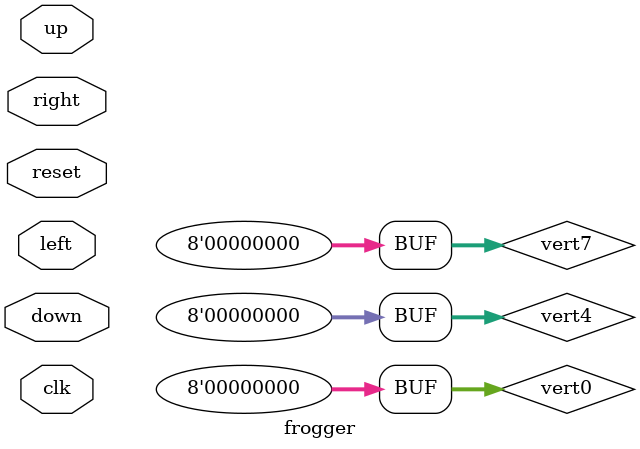
<source format=v>
module frogger (input clk, input reset, input up, input down, input left, input right);

//each vert register is a row that keeps track of cars
reg [7:0] vert0 = 8'b0000_0000;
reg [7:0] vert1 = 8'b1110_1110;
reg [7:0] vert2 = 8'b1000_1000;
reg [7:0] vert3 = 8'b1100_1100;
reg [7:0] vert4 = 8'b0000_0000;
reg [7:0] vert5 = 8'b1001_1001;
reg [7:0] vert6 = 8'b1111_0000;
reg [7:0] vert7 = 8'b0000_0000;

reg [2:0] timeState = 0;	//Keep track of time which determines car locations
reg [24:0] timeCounter = 0;	//Count the number of clock pulses to keep track of time

reg [2:0] froggerVerticalState = 0;	//Keep track of what vertical level frogger is on
reg win = 0;	//Turns to 1 when reaching the top of the level

//Increase timeState, depending on simulation vs. synthesis
always @(posedge clk)
	if (timeCounter == 2) //Change to 100 million for simulation
		begin
			timeCounter <= 0;
			timeState <= timeState + 1;
		end
	else	timeCounter <= timeCounter + 1;

//Move vert1 cars based on timeState
always @(posedge clk)
	case (timeState)
		0: vert1 <= 8'b0111_0111;
		1: vert1 <= 8'b1011_1011;
		2: vert1 <= 8'b1101_1101;
		3: vert1 <= 8'b1110_1110;
                4: vert1 <= 8'b0111_0111;
                5: vert1 <= 8'b1011_1011;
                6: vert1 <= 8'b1101_1101;
                7: vert1 <= 8'b1110_1110;
	endcase

//Move vert1 cars based on timeState
always @(posedge clk)
	case (timeState)
                0: vert2 <= 8'b1000_1000;
                1: vert2 <= 8'b0001_0001;
                2: vert2 <= 8'b0010_0010;
                3: vert2 <= 8'b0100_0100;
                4: vert2 <= 8'b1000_1000;
                5: vert2 <= 8'b0001_0001;
                6: vert2 <= 8'b0010_0010;
                7: vert2 <= 8'b0100_0100;
        endcase

//shift vert3 as timeState changes
always @(posedge clk)
	case (timeState)
		0: vert3 <= 8'b1100_1100;
		1: vert3 <= 8'b0110_0110;
		2: vert3 <= 8'b0011_0011;
		3: vert3 <= 8'b1001_1001;
		4: vert3 <= 8'b1100_1100;
		5: vert3 <= 8'b0110_0110;
		6: vert3 <= 8'b0011_0011;
		7: vert3 <= 8'b1001_1001;
	endcase

//shift vert5 as timeState changes
always @(posedge clk)
	case (timeState)
		0: vert5 <= 8'b1001_1001;
                1: vert5 <= 8'b1100_1100;
                2: vert5 <= 8'b0110_0110;
                3: vert5 <= 8'b0011_0011;
                4: vert5 <= 8'b1001_1001;
                5: vert5 <= 8'b1100_1100;
                6: vert5 <= 8'b0110_0110;
                7: vert5 <= 8'b0011_0011;
	endcase

//shift vert6 as timeState changes
always @(posedge clk)
	case (timeState)
		0: vert6 <= 8'b1111_0000;
		1: vert6 <= 8'b0111_1000;
		2: vert6 <= 8'b0011_1100;
		3: vert6 <= 8'b0001_1110;
		4: vert6 <= 8'b0000_1111;
		5: vert6 <= 8'b1000_0111;
		6: vert6 <= 8'b1100_0011;
		7: vert6 <= 8'b1110_0001;
	endcase

//Check for win state
always @(posedge clk)
	if (froggerVerticalState == 0) 	win <= 1;
	else				win <= 0;

//Control frogger position
always @(posedge clk)
	if (!up)	froggerVerticalState <= froggerVerticalState - 1;
	else if (!down) froggerVerticalState <= froggerVerticalState + 1;
	else	froggerVerticalState <= froggerVerticalState;

endmodule

</source>
